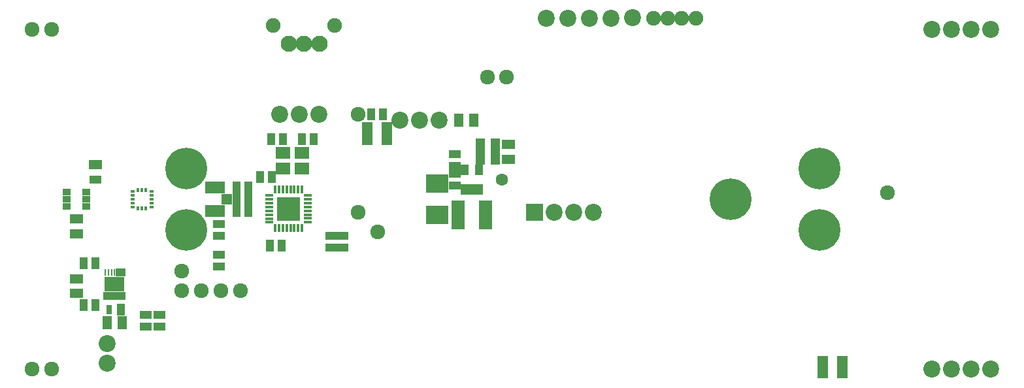
<source format=gbr>
G04 #@! TF.FileFunction,Soldermask,Top*
%FSLAX46Y46*%
G04 Gerber Fmt 4.6, Leading zero omitted, Abs format (unit mm)*
G04 Created by KiCad (PCBNEW 4.0.2+dfsg1-stable) date mer. 17 juil. 2019 11:13:31 CEST*
%MOMM*%
G01*
G04 APERTURE LIST*
%ADD10C,0.100000*%
%ADD11C,5.400000*%
%ADD12C,1.200000*%
%ADD13C,1.924000*%
%ADD14R,1.797000X1.289000*%
%ADD15R,1.140760X0.841040*%
%ADD16C,2.200000*%
%ADD17C,1.900000*%
%ADD18R,1.400000X1.400000*%
%ADD19R,2.600000X1.500000*%
%ADD20R,1.035000X1.543000*%
%ADD21R,1.543000X1.035000*%
%ADD22R,1.900000X1.600000*%
%ADD23C,2.100000*%
%ADD24R,1.289000X1.797000*%
%ADD25R,1.400760X1.101040*%
%ADD26R,2.900000X2.400000*%
%ADD27R,1.700000X3.800000*%
%ADD28R,0.490000X0.390000*%
%ADD29R,0.390000X0.490000*%
%ADD30R,0.419400X0.990900*%
%ADD31R,0.990900X0.419400*%
%ADD32R,0.990000X0.420000*%
%ADD33R,1.640000X1.640000*%
%ADD34C,1.598880*%
%ADD35R,0.775000X1.283000*%
%ADD36R,0.552400X1.111200*%
%ADD37R,0.292400X0.851200*%
%ADD38R,2.527600X1.943400*%
%ADD39R,1.537000X1.029000*%
%ADD40R,1.101040X1.400760*%
%ADD41R,2.200000X2.200000*%
G04 APERTURE END LIST*
D10*
D11*
X104750000Y-101000000D03*
D12*
X104750000Y-99000000D03*
X106750000Y-101000000D03*
X104750000Y-103000000D03*
X102750000Y-101000000D03*
X106160000Y-99590000D03*
X106160000Y-102410000D03*
X103340000Y-102410000D03*
X103340000Y-99590000D03*
D11*
X104750000Y-109000000D03*
D12*
X104750000Y-107000000D03*
X106750000Y-109000000D03*
X104750000Y-111000000D03*
X102750000Y-109000000D03*
X106160000Y-107590000D03*
X106160000Y-110410000D03*
X103340000Y-110410000D03*
X103340000Y-107590000D03*
D11*
X175250000Y-105000000D03*
D12*
X175250000Y-103000000D03*
X177250000Y-105000000D03*
X175250000Y-107000000D03*
X173250000Y-105000000D03*
X176660000Y-103590000D03*
X176660000Y-106410000D03*
X173840000Y-106410000D03*
X173840000Y-103590000D03*
D11*
X186750000Y-101000000D03*
D12*
X186750000Y-99000000D03*
X188750000Y-101000000D03*
X186750000Y-103000000D03*
X184750000Y-101000000D03*
X188160000Y-99590000D03*
X188160000Y-102410000D03*
X185340000Y-102410000D03*
X185340000Y-99590000D03*
D11*
X186750000Y-109000000D03*
D12*
X186750000Y-107000000D03*
X188750000Y-109000000D03*
X186750000Y-111000000D03*
X184750000Y-109000000D03*
X188160000Y-107590000D03*
X188160000Y-110410000D03*
X185340000Y-110410000D03*
X185340000Y-107590000D03*
D13*
X146250000Y-89200000D03*
X143750000Y-89200000D03*
X84730000Y-127000000D03*
X87270000Y-127000000D03*
X84730000Y-83000000D03*
X87270000Y-83000000D03*
D14*
X90500000Y-109452500D03*
X90500000Y-107547500D03*
D15*
X89230000Y-105952500D03*
X89230000Y-105000000D03*
X89230000Y-104047500D03*
X91770000Y-104047500D03*
X91770000Y-105000000D03*
X91770000Y-105952500D03*
D16*
X94500000Y-126270000D03*
X94500000Y-123730000D03*
X151370000Y-81530000D03*
X154170000Y-81530000D03*
X156970000Y-81530000D03*
X159770000Y-81530000D03*
X162600000Y-81480000D03*
D17*
X165250000Y-81530000D03*
X167100000Y-81530000D03*
X168950000Y-81530000D03*
X170800000Y-81530000D03*
D18*
X110000000Y-105000000D03*
D19*
X108500000Y-106500000D03*
X108500000Y-103500000D03*
D20*
X111238000Y-105000000D03*
X112762000Y-105000000D03*
D21*
X109000000Y-109762000D03*
X109000000Y-108238000D03*
D20*
X112762000Y-103500000D03*
X111238000Y-103500000D03*
X115812000Y-102110000D03*
X114288000Y-102110000D03*
D22*
X119750000Y-99000000D03*
X117250000Y-99000000D03*
X117250000Y-101000000D03*
X119750000Y-101000000D03*
D20*
X117262000Y-97250000D03*
X115738000Y-97250000D03*
X119738000Y-97250000D03*
X121262000Y-97250000D03*
X112762000Y-106500000D03*
X111238000Y-106500000D03*
X117142000Y-111000000D03*
X115618000Y-111000000D03*
D23*
X122000000Y-84890000D03*
X120000000Y-84890000D03*
X118000000Y-84890000D03*
D17*
X124000000Y-82490000D03*
X116000000Y-82490000D03*
D21*
X99500000Y-121512000D03*
X99500000Y-119988000D03*
X101250000Y-119988000D03*
X101250000Y-121512000D03*
D24*
X94497500Y-121000000D03*
X96402500Y-121000000D03*
D16*
X137540000Y-94750000D03*
X135000000Y-94750000D03*
X132460000Y-94750000D03*
D25*
X189770000Y-125817500D03*
X189770000Y-126770000D03*
X189770000Y-127722500D03*
X187230000Y-127722500D03*
X187230000Y-126770000D03*
X187230000Y-125817500D03*
D14*
X146520000Y-97897500D03*
X146520000Y-99802500D03*
D24*
X142847500Y-99710000D03*
X144752500Y-99710000D03*
D26*
X137250000Y-107000000D03*
X137250000Y-103000000D03*
D27*
X143550000Y-107000000D03*
X139950000Y-107000000D03*
D21*
X139500000Y-103262000D03*
X139500000Y-101738000D03*
X139500000Y-100722000D03*
X139500000Y-99198000D03*
D13*
X195580000Y-104140000D03*
D28*
X100225000Y-106000000D03*
X100225000Y-105500000D03*
X100225000Y-105000000D03*
X100225000Y-104500000D03*
X100225000Y-104000000D03*
D29*
X99500000Y-103775000D03*
X99000000Y-103775000D03*
X98500000Y-103775000D03*
D28*
X97775000Y-104000000D03*
X97775000Y-104500000D03*
X97775000Y-105000000D03*
X97775000Y-105500000D03*
X97775000Y-106000000D03*
D29*
X98500000Y-106225000D03*
X99000000Y-106225000D03*
X99500000Y-106225000D03*
D30*
X119750060Y-108749360D03*
D31*
X120499360Y-108000060D03*
D30*
X119750060Y-103750640D03*
X119249680Y-103750640D03*
X118749300Y-103750640D03*
X118248920Y-103750640D03*
X117250700Y-103750640D03*
X116750320Y-103750640D03*
D32*
X115500000Y-106500000D03*
D30*
X116249940Y-103750640D03*
D32*
X115500000Y-104500000D03*
X115500000Y-105000000D03*
X115500000Y-105500000D03*
X115500000Y-106000000D03*
X115500000Y-107000000D03*
X115500000Y-107500000D03*
X115500000Y-108000000D03*
D30*
X116249940Y-108749360D03*
X116750320Y-108749360D03*
X117250700Y-108749360D03*
X117751080Y-108749360D03*
X118248920Y-108749360D03*
X118749300Y-108749360D03*
X119249680Y-108749360D03*
D33*
X118750000Y-105500000D03*
D30*
X117751080Y-103750640D03*
D31*
X120499360Y-104499940D03*
X120499360Y-105000320D03*
X120499360Y-105500700D03*
X120499360Y-106001080D03*
X120499360Y-106498920D03*
X120499360Y-106999300D03*
X120499360Y-107499680D03*
D33*
X118750000Y-107000000D03*
X117250000Y-105500000D03*
X117250000Y-107000000D03*
D21*
X123500000Y-109738000D03*
X123500000Y-111262000D03*
X109000000Y-113762000D03*
X109000000Y-112238000D03*
X125010000Y-109738000D03*
X125010000Y-111262000D03*
D34*
X145640000Y-102500000D03*
D20*
X93012000Y-118750000D03*
X91488000Y-118750000D03*
D35*
X94748000Y-119350000D03*
D20*
X96272000Y-119350000D03*
D36*
X94250000Y-117498600D03*
X94649999Y-117498600D03*
X95050001Y-117498600D03*
X95450000Y-117498600D03*
X95849999Y-117498600D03*
X96250001Y-117498600D03*
X96650000Y-117498600D03*
X96650000Y-114501400D03*
X96250001Y-114501400D03*
X95849999Y-114501400D03*
D37*
X95450000Y-114501400D03*
X95050001Y-114501400D03*
X94649999Y-114501400D03*
X94250000Y-114501400D03*
D38*
X95450000Y-116000000D03*
D13*
X106680000Y-116840000D03*
X109220000Y-116840000D03*
X104140000Y-116840000D03*
X111760000Y-116840000D03*
D16*
X116840000Y-93980000D03*
X119380000Y-93980000D03*
X121920000Y-93980000D03*
D13*
X127000000Y-93980000D03*
D25*
X130770000Y-95547500D03*
X130770000Y-96500000D03*
X130770000Y-97452500D03*
X128230000Y-97452500D03*
X128230000Y-96500000D03*
X128230000Y-95547500D03*
D20*
X130262000Y-94000000D03*
X128738000Y-94000000D03*
D24*
X140047500Y-94750000D03*
X141952500Y-94750000D03*
D39*
X93000000Y-102452500D03*
D14*
X93000000Y-100547500D03*
D16*
X201320000Y-83000000D03*
X203890000Y-83000000D03*
X206430000Y-83000000D03*
X209000000Y-83000000D03*
X201320000Y-127000000D03*
X203890000Y-127000000D03*
X206430000Y-127000000D03*
X209000000Y-127000000D03*
D13*
X104140000Y-114300000D03*
X129540000Y-109220000D03*
X127000000Y-106680000D03*
D24*
X144752500Y-97990000D03*
X142847500Y-97990000D03*
D40*
X140797500Y-101230000D03*
X142702500Y-101230000D03*
X142702500Y-103770000D03*
X141750000Y-103770000D03*
X140797500Y-103770000D03*
D41*
X149860000Y-106680000D03*
D16*
X152400000Y-106680000D03*
X154940000Y-106680000D03*
X157480000Y-106680000D03*
D14*
X90500000Y-117202500D03*
X90500000Y-115297500D03*
D20*
X93012000Y-113260000D03*
X91488000Y-113260000D03*
M02*

</source>
